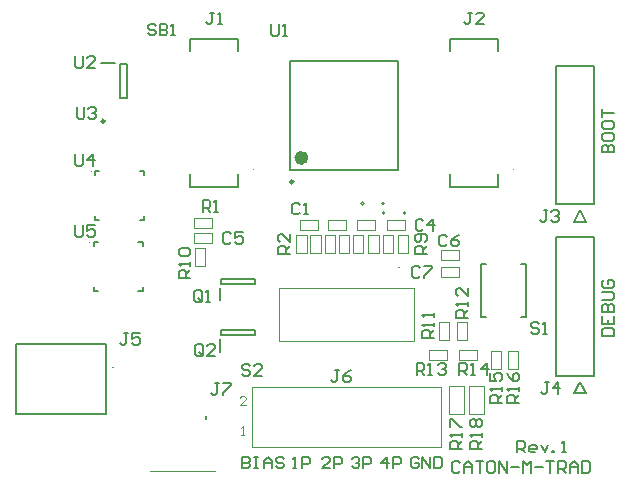
<source format=gto>
G04*
G04 #@! TF.GenerationSoftware,Altium Limited,Altium Designer,24.6.1 (21)*
G04*
G04 Layer_Color=65535*
%FSLAX25Y25*%
%MOIN*%
G70*
G04*
G04 #@! TF.SameCoordinates,CAB3BB80-2EE2-4CCF-A860-A3FE24C101F3*
G04*
G04*
G04 #@! TF.FilePolarity,Positive*
G04*
G01*
G75*
%ADD10C,0.02362*%
%ADD11C,0.00984*%
%ADD12C,0.00394*%
%ADD13C,0.00787*%
%ADD14C,0.00300*%
%ADD15C,0.00400*%
%ADD16C,0.00500*%
%ADD17C,0.00591*%
D10*
X134646Y174016D02*
G03*
X134646Y174016I-1181J0D01*
G01*
D11*
X130709Y166043D02*
G03*
X130709Y166043I-492J0D01*
G01*
X67815Y186221D02*
G03*
X67815Y186221I-492J0D01*
G01*
D12*
X70866Y104232D02*
G03*
X70473Y104232I-197J0D01*
G01*
D02*
G03*
X70866Y104232I197J0D01*
G01*
X203937Y170276D02*
G03*
X204331Y170276I197J0D01*
G01*
D02*
G03*
X203937Y170276I-197J0D01*
G01*
X117323D02*
G03*
X117717Y170276I197J0D01*
G01*
D02*
G03*
X117323Y170276I-197J0D01*
G01*
X165748Y137402D02*
G03*
X166142Y137402I197J0D01*
G01*
D02*
G03*
X165748Y137402I-197J0D01*
G01*
X63386Y169488D02*
G03*
X63386Y169488I-197J0D01*
G01*
X62992Y145866D02*
G03*
X62992Y145866I-197J0D01*
G01*
X82874Y69587D02*
X104528D01*
X170846Y112795D02*
Y130512D01*
X126004D02*
X170846D01*
X126004Y112795D02*
Y130512D01*
Y112795D02*
X170846D01*
D13*
X101575Y87008D02*
Y87795D01*
Y87008D01*
X160669Y158366D02*
G03*
X160669Y159153I0J394D01*
G01*
D02*
G03*
X160669Y158366I0J-394D01*
G01*
X167756Y156004D02*
G03*
X167756Y155217I0J-394D01*
G01*
D02*
G03*
X167756Y156004I0J394D01*
G01*
X153799Y158366D02*
G03*
X153799Y159153I0J394D01*
G01*
D02*
G03*
X153799Y158366I0J-394D01*
G01*
X160886Y156004D02*
G03*
X160886Y155217I0J-394D01*
G01*
D02*
G03*
X160886Y156004I0J394D01*
G01*
X165748Y170079D02*
Y206299D01*
X129528Y170079D02*
Y206299D01*
X165748D01*
X129528Y170079D02*
X165748D01*
X72835Y205315D02*
X75197D01*
Y193898D02*
Y205315D01*
X72835Y193898D02*
X75197D01*
X72835D02*
Y205315D01*
X66732Y205512D02*
X71457D01*
X38386Y88681D02*
Y111909D01*
X68307D01*
Y88681D02*
Y111909D01*
X38386Y88681D02*
X68307D01*
X193366Y121063D02*
X194882D01*
X193366D02*
Y138779D01*
X194882D01*
X206693Y121063D02*
X208209D01*
Y138779D01*
X206693D02*
X208209D01*
X199016Y164173D02*
Y168504D01*
X182874Y164173D02*
X199016D01*
X182874D02*
Y168504D01*
Y209449D02*
Y213779D01*
X199016D01*
Y209449D02*
Y213779D01*
X112402Y164173D02*
Y168504D01*
X96260Y164173D02*
X112402D01*
X96260D02*
Y168504D01*
Y209449D02*
Y213779D01*
X112402D01*
Y209449D02*
Y213779D01*
X106299Y109350D02*
Y113484D01*
X106496Y114862D02*
X117913D01*
Y116634D01*
X106496D02*
X117913D01*
X106496Y114862D02*
Y116634D01*
X106299Y126476D02*
Y130610D01*
X106496Y131988D02*
X117913D01*
Y133760D01*
X106496D02*
X117913D01*
X106496Y131988D02*
Y133760D01*
X64764Y168307D02*
Y169488D01*
Y153347D02*
Y154528D01*
X80905Y168307D02*
Y169488D01*
Y153347D02*
Y154528D01*
X64764Y169488D02*
X66142D01*
X79528D02*
X80905D01*
X64764Y153347D02*
X66142D01*
X79528D02*
X80905D01*
X64370Y144685D02*
Y145866D01*
Y129724D02*
Y130905D01*
X80512Y144685D02*
Y145866D01*
Y129724D02*
Y130905D01*
X64370Y145866D02*
X65748D01*
X79134D02*
X80512D01*
X64370Y129724D02*
X65748D01*
X79134D02*
X80512D01*
D14*
X103787Y145544D02*
Y148944D01*
X97787Y145544D02*
X103787D01*
X97787D02*
Y148944D01*
X103787D01*
X97787Y150662D02*
X103787D01*
Y154062D01*
X97787D02*
X103787D01*
X97787Y150662D02*
Y154062D01*
X101306Y137945D02*
Y143945D01*
X97906D02*
X101306D01*
X97906Y137945D02*
Y143945D01*
Y137945D02*
X101306D01*
X200125Y103693D02*
Y109693D01*
X196725D02*
X200125D01*
X196725Y103693D02*
Y109693D01*
Y103693D02*
X200125D01*
X205637D02*
Y109693D01*
X202237D02*
X205637D01*
X202237Y103693D02*
Y109693D01*
Y103693D02*
X205637D01*
X176134Y106568D02*
Y109968D01*
X182134D01*
Y106568D02*
Y109968D01*
X176134Y106568D02*
X182134D01*
X185976D02*
Y109968D01*
X191976D01*
Y106568D02*
Y109968D01*
X185976Y106568D02*
X191976D01*
X185308Y119142D02*
X188708D01*
Y113142D02*
Y119142D01*
X185308Y113142D02*
X188708D01*
X185308D02*
Y119142D01*
X179402Y113142D02*
X182802D01*
X179402D02*
Y119142D01*
X182802D01*
Y113142D02*
Y119142D01*
X186071Y140032D02*
Y143432D01*
X180071Y140032D02*
X186071D01*
X180071D02*
Y143432D01*
X186071D01*
X180071Y134127D02*
Y137527D01*
X186071D01*
Y134127D02*
Y137527D01*
X180071Y134127D02*
X186071D01*
X163905Y142276D02*
Y148276D01*
X160505D02*
X163905D01*
X160505Y142276D02*
Y148276D01*
Y142276D02*
X163905D01*
X132827Y149875D02*
X138827D01*
Y153275D01*
X132827D02*
X138827D01*
X132827Y149875D02*
Y153275D01*
X142276Y149875D02*
X148276D01*
Y153275D01*
X142276D02*
X148276D01*
X142276Y149875D02*
Y153275D01*
X161961Y149875D02*
X167961D01*
Y153275D01*
X161961D02*
X167961D01*
X161961Y149875D02*
Y153275D01*
X152118Y149875D02*
X158118D01*
Y153275D01*
X152118D02*
X158118D01*
X152118Y149875D02*
Y153275D01*
X135165Y142276D02*
Y148276D01*
X131765D02*
X135165D01*
X131765Y142276D02*
Y148276D01*
Y142276D02*
X135165D01*
X169023D02*
Y148276D01*
X165623D02*
X169023D01*
X165623Y142276D02*
Y148276D01*
Y142276D02*
X169023D01*
X149338D02*
Y148276D01*
X145938D02*
X149338D01*
X145938Y142276D02*
Y148276D01*
Y142276D02*
X149338D01*
X159180D02*
Y148276D01*
X155780D02*
X159180D01*
X155780Y142276D02*
Y148276D01*
Y142276D02*
X159180D01*
X154062D02*
Y148276D01*
X150662D02*
X154062D01*
X150662Y142276D02*
Y148276D01*
Y142276D02*
X154062D01*
X144613D02*
Y148276D01*
X141213D02*
X144613D01*
X141213Y142276D02*
Y148276D01*
Y142276D02*
X144613D01*
X139889D02*
Y148276D01*
X136489D02*
X139889D01*
X136489Y142276D02*
Y148276D01*
Y142276D02*
X139889D01*
D15*
X189232Y97907D02*
X194232D01*
X189232Y88707D02*
Y97907D01*
Y88707D02*
X194232D01*
Y97907D01*
X182539D02*
X187539D01*
X182539Y88707D02*
Y97907D01*
Y88707D02*
X187539D01*
Y97907D01*
X116925Y77598D02*
Y97598D01*
X179925D01*
Y77598D02*
Y97598D01*
X116925Y77598D02*
X179925D01*
X114826Y91497D02*
X112827D01*
X114826Y93497D01*
Y93996D01*
X114326Y94496D01*
X113326D01*
X112827Y93996D01*
X113327Y81497D02*
X114326D01*
X113826D01*
Y84496D01*
X113327Y83996D01*
D16*
X226378Y156496D02*
X228346Y152559D01*
X224410D02*
X226378Y156496D01*
X224410Y152559D02*
X228346D01*
X218307Y204724D02*
X230906D01*
X218307Y158465D02*
Y204724D01*
Y158465D02*
X230906D01*
Y204724D01*
X226378Y99409D02*
X228346Y95472D01*
X224410D02*
X226378Y99409D01*
X224410Y95472D02*
X228346D01*
X218307Y147638D02*
X230906D01*
X218307Y101378D02*
Y147638D01*
Y101378D02*
X230906D01*
Y147638D01*
D17*
X130512Y70472D02*
X131824D01*
X131168D01*
Y74408D01*
X130512Y73752D01*
X133792Y70472D02*
Y74408D01*
X135759D01*
X136415Y73752D01*
Y72440D01*
X135759Y71784D01*
X133792D01*
X142978Y70472D02*
X140354D01*
X142978Y73096D01*
Y73752D01*
X142322Y74408D01*
X141010D01*
X140354Y73752D01*
X144290Y70472D02*
Y74408D01*
X146258D01*
X146914Y73752D01*
Y72440D01*
X146258Y71784D01*
X144290D01*
X150197Y73752D02*
X150853Y74408D01*
X152165D01*
X152821Y73752D01*
Y73096D01*
X152165Y72440D01*
X151509D01*
X152165D01*
X152821Y71784D01*
Y71128D01*
X152165Y70472D01*
X150853D01*
X150197Y71128D01*
X154133Y70472D02*
Y74408D01*
X156100D01*
X156756Y73752D01*
Y72440D01*
X156100Y71784D01*
X154133D01*
X162007Y70472D02*
Y74408D01*
X160039Y72440D01*
X162663D01*
X163975Y70472D02*
Y74408D01*
X165943D01*
X166599Y73752D01*
Y72440D01*
X165943Y71784D01*
X163975D01*
X113779Y74408D02*
Y70472D01*
X115747D01*
X116403Y71128D01*
Y71784D01*
X115747Y72440D01*
X113779D01*
X115747D01*
X116403Y73096D01*
Y73752D01*
X115747Y74408D01*
X113779D01*
X117715D02*
X119027D01*
X118371D01*
Y70472D01*
X117715D01*
X119027D01*
X120995D02*
Y73096D01*
X122307Y74408D01*
X123619Y73096D01*
Y70472D01*
Y72440D01*
X120995D01*
X127555Y73752D02*
X126899Y74408D01*
X125587D01*
X124931Y73752D01*
Y73096D01*
X125587Y72440D01*
X126899D01*
X127555Y71784D01*
Y71128D01*
X126899Y70472D01*
X125587D01*
X124931Y71128D01*
X172506Y73752D02*
X171850Y74408D01*
X170538D01*
X169882Y73752D01*
Y71128D01*
X170538Y70472D01*
X171850D01*
X172506Y71128D01*
Y72440D01*
X171194D01*
X173818Y70472D02*
Y74408D01*
X176441Y70472D01*
Y74408D01*
X177753D02*
Y70472D01*
X179721D01*
X180377Y71128D01*
Y73752D01*
X179721Y74408D01*
X177753D01*
X205315Y75787D02*
Y79723D01*
X207283D01*
X207939Y79067D01*
Y77755D01*
X207283Y77099D01*
X205315D01*
X206627D02*
X207939Y75787D01*
X211219D02*
X209907D01*
X209251Y76443D01*
Y77755D01*
X209907Y78411D01*
X211219D01*
X211875Y77755D01*
Y77099D01*
X209251D01*
X213186Y78411D02*
X214498Y75787D01*
X215810Y78411D01*
X217122Y75787D02*
Y76443D01*
X217778D01*
Y75787D01*
X217122D01*
X220402D02*
X221714D01*
X221058D01*
Y79723D01*
X220402Y79067D01*
X186285Y72374D02*
X185629Y73030D01*
X184317D01*
X183661Y72374D01*
Y69750D01*
X184317Y69095D01*
X185629D01*
X186285Y69750D01*
X187597Y69095D02*
Y71718D01*
X188909Y73030D01*
X190221Y71718D01*
Y69095D01*
Y71062D01*
X187597D01*
X191533Y73030D02*
X194157D01*
X192845D01*
Y69095D01*
X197436Y73030D02*
X196125D01*
X195469Y72374D01*
Y69750D01*
X196125Y69095D01*
X197436D01*
X198092Y69750D01*
Y72374D01*
X197436Y73030D01*
X199404Y69095D02*
Y73030D01*
X202028Y69095D01*
Y73030D01*
X203340Y71062D02*
X205964D01*
X207276Y69095D02*
Y73030D01*
X208588Y71718D01*
X209900Y73030D01*
Y69095D01*
X211212Y71062D02*
X213835D01*
X215147Y73030D02*
X217771D01*
X216459D01*
Y69095D01*
X219083D02*
Y73030D01*
X221051D01*
X221707Y72374D01*
Y71062D01*
X221051Y70406D01*
X219083D01*
X220395D02*
X221707Y69095D01*
X223019D02*
Y71718D01*
X224331Y73030D01*
X225643Y71718D01*
Y69095D01*
Y71062D01*
X223019D01*
X226955Y73030D02*
Y69095D01*
X228922D01*
X229578Y69750D01*
Y72374D01*
X228922Y73030D01*
X226955D01*
X233663Y175787D02*
X237598D01*
Y177755D01*
X236943Y178411D01*
X236286D01*
X235631Y177755D01*
Y175787D01*
Y177755D01*
X234975Y178411D01*
X234319D01*
X233663Y177755D01*
Y175787D01*
Y181691D02*
Y180379D01*
X234319Y179723D01*
X236943D01*
X237598Y180379D01*
Y181691D01*
X236943Y182347D01*
X234319D01*
X233663Y181691D01*
Y185627D02*
Y184315D01*
X234319Y183659D01*
X236943D01*
X237598Y184315D01*
Y185627D01*
X236943Y186283D01*
X234319D01*
X233663Y185627D01*
Y187595D02*
Y190218D01*
Y188907D01*
X237598D01*
X233663Y114764D02*
X237598D01*
Y116732D01*
X236943Y117388D01*
X234319D01*
X233663Y116732D01*
Y114764D01*
Y121323D02*
Y118700D01*
X237598D01*
Y121323D01*
X235631Y118700D02*
Y120011D01*
X233663Y122635D02*
X237598D01*
Y124603D01*
X236943Y125259D01*
X236286D01*
X235631Y124603D01*
Y122635D01*
Y124603D01*
X234975Y125259D01*
X234319D01*
X233663Y124603D01*
Y122635D01*
Y126571D02*
X236943D01*
X237598Y127227D01*
Y128539D01*
X236943Y129195D01*
X233663D01*
X234319Y133131D02*
X233663Y132475D01*
Y131163D01*
X234319Y130507D01*
X236943D01*
X237598Y131163D01*
Y132475D01*
X236943Y133131D01*
X235631D01*
Y131819D01*
X109974Y148556D02*
X109318Y149212D01*
X108006D01*
X107350Y148556D01*
Y145932D01*
X108006Y145276D01*
X109318D01*
X109974Y145932D01*
X113910Y149212D02*
X111286D01*
Y147244D01*
X112598Y147900D01*
X113254D01*
X113910Y147244D01*
Y145932D01*
X113254Y145276D01*
X111942D01*
X111286Y145932D01*
X100526Y155906D02*
Y159842D01*
X102494D01*
X103150Y159186D01*
Y157874D01*
X102494Y157218D01*
X100526D01*
X101838D02*
X103150Y155906D01*
X104462D02*
X105773D01*
X105117D01*
Y159842D01*
X104462Y159186D01*
X96456Y133958D02*
X92520D01*
Y135926D01*
X93176Y136582D01*
X94488D01*
X95144Y135926D01*
Y133958D01*
Y135270D02*
X96456Y136582D01*
Y137894D02*
Y139206D01*
Y138550D01*
X92520D01*
X93176Y137894D01*
Y141174D02*
X92520Y141830D01*
Y143142D01*
X93176Y143798D01*
X95800D01*
X96456Y143142D01*
Y141830D01*
X95800Y141174D01*
X93176D01*
X123360Y218503D02*
Y215224D01*
X124016Y214568D01*
X125328D01*
X125984Y215224D01*
Y218503D01*
X127296Y214568D02*
X128608D01*
X127952D01*
Y218503D01*
X127296Y217847D01*
X84880Y218080D02*
X84224Y218736D01*
X82912D01*
X82256Y218080D01*
Y217424D01*
X82912Y216768D01*
X84224D01*
X84880Y216112D01*
Y215456D01*
X84224Y214800D01*
X82912D01*
X82256Y215456D01*
X86192Y218736D02*
Y214800D01*
X88160D01*
X88815Y215456D01*
Y216112D01*
X88160Y216768D01*
X86192D01*
X88160D01*
X88815Y217424D01*
Y218080D01*
X88160Y218736D01*
X86192D01*
X90127Y214800D02*
X91439D01*
X90783D01*
Y218736D01*
X90127Y218080D01*
X58138Y207873D02*
Y204594D01*
X58793Y203938D01*
X60105D01*
X60761Y204594D01*
Y207873D01*
X64697Y203938D02*
X62073D01*
X64697Y206561D01*
Y207217D01*
X64041Y207873D01*
X62729D01*
X62073Y207217D01*
X205905Y92324D02*
X201969D01*
Y94292D01*
X202625Y94948D01*
X203937D01*
X204593Y94292D01*
Y92324D01*
Y93636D02*
X205905Y94948D01*
Y96260D02*
Y97572D01*
Y96916D01*
X201969D01*
X202625Y96260D01*
X201969Y102164D02*
X202625Y100852D01*
X203937Y99540D01*
X205249D01*
X205905Y100196D01*
Y101508D01*
X205249Y102164D01*
X204593D01*
X203937Y101508D01*
Y99540D01*
X200393Y92324D02*
X196457D01*
Y94292D01*
X197113Y94948D01*
X198425D01*
X199081Y94292D01*
Y92324D01*
Y93636D02*
X200393Y94948D01*
Y96260D02*
Y97572D01*
Y96916D01*
X196457D01*
X197113Y96260D01*
X196457Y102164D02*
Y99540D01*
X198425D01*
X197769Y100852D01*
Y101508D01*
X198425Y102164D01*
X199737D01*
X200393Y101508D01*
Y100196D01*
X199737Y99540D01*
X212598Y118635D02*
X211943Y119291D01*
X210631D01*
X209975Y118635D01*
Y117979D01*
X210631Y117323D01*
X211943D01*
X212598Y116667D01*
Y116011D01*
X211943Y115355D01*
X210631D01*
X209975Y116011D01*
X213910Y115355D02*
X215222D01*
X214566D01*
Y119291D01*
X213910Y118635D01*
X106037Y98818D02*
X104725D01*
X105381D01*
Y95539D01*
X104725Y94883D01*
X104069D01*
X103413Y95539D01*
X107349Y98818D02*
X109973D01*
Y98162D01*
X107349Y95539D01*
Y94883D01*
X145998Y103346D02*
X144686D01*
X145342D01*
Y100066D01*
X144686Y99410D01*
X144030D01*
X143374Y100066D01*
X149933Y103346D02*
X148621Y102690D01*
X147310Y101378D01*
Y100066D01*
X147966Y99410D01*
X149277D01*
X149933Y100066D01*
Y100722D01*
X149277Y101378D01*
X147310D01*
X187007Y76970D02*
X183071D01*
Y78938D01*
X183727Y79594D01*
X185039D01*
X185695Y78938D01*
Y76970D01*
Y78282D02*
X187007Y79594D01*
Y80906D02*
Y82218D01*
Y81562D01*
X183071D01*
X183727Y80906D01*
X183071Y84186D02*
Y86809D01*
X183727D01*
X186351Y84186D01*
X187007D01*
X171852Y101575D02*
Y105511D01*
X173820D01*
X174476Y104855D01*
Y103543D01*
X173820Y102887D01*
X171852D01*
X173164D02*
X174476Y101575D01*
X175788D02*
X177100D01*
X176444D01*
Y105511D01*
X175788Y104855D01*
X179068D02*
X179724Y105511D01*
X181035D01*
X181691Y104855D01*
Y104199D01*
X181035Y103543D01*
X180379D01*
X181035D01*
X181691Y102887D01*
Y102231D01*
X181035Y101575D01*
X179724D01*
X179068Y102231D01*
X188976Y120671D02*
X185040D01*
Y122639D01*
X185696Y123295D01*
X187008D01*
X187664Y122639D01*
Y120671D01*
Y121983D02*
X188976Y123295D01*
Y124607D02*
Y125918D01*
Y125263D01*
X185040D01*
X185696Y124607D01*
X188976Y130510D02*
Y127886D01*
X186352Y130510D01*
X185696D01*
X185040Y129854D01*
Y128542D01*
X185696Y127886D01*
X186025Y101575D02*
Y105511D01*
X187993D01*
X188649Y104855D01*
Y103543D01*
X187993Y102887D01*
X186025D01*
X187337D02*
X188649Y101575D01*
X189961D02*
X191273D01*
X190617D01*
Y105511D01*
X189961Y104855D01*
X195209Y101575D02*
Y105511D01*
X193241Y103543D01*
X195865D01*
X177558Y113847D02*
X173623D01*
Y115814D01*
X174279Y116470D01*
X175591D01*
X176247Y115814D01*
Y113847D01*
Y115158D02*
X177558Y116470D01*
Y117782D02*
Y119094D01*
Y118438D01*
X173623D01*
X174279Y117782D01*
X177558Y121062D02*
Y122374D01*
Y121718D01*
X173623D01*
X174279Y121062D01*
X193700Y76970D02*
X189764D01*
Y78938D01*
X190420Y79594D01*
X191732D01*
X192388Y78938D01*
Y76970D01*
Y78282D02*
X193700Y79594D01*
Y80906D02*
Y82218D01*
Y81562D01*
X189764D01*
X190420Y80906D01*
Y84186D02*
X189764Y84842D01*
Y86154D01*
X190420Y86809D01*
X191076D01*
X191732Y86154D01*
X192388Y86809D01*
X193044D01*
X193700Y86154D01*
Y84842D01*
X193044Y84186D01*
X192388D01*
X191732Y84842D01*
X191076Y84186D01*
X190420D01*
X191732Y84842D02*
Y86154D01*
X182021Y147769D02*
X181365Y148425D01*
X180053D01*
X179397Y147769D01*
Y145145D01*
X180053Y144489D01*
X181365D01*
X182021Y145145D01*
X185957Y148425D02*
X184645Y147769D01*
X183333Y146457D01*
Y145145D01*
X183989Y144489D01*
X185301D01*
X185957Y145145D01*
Y145801D01*
X185301Y146457D01*
X183333D01*
X172966Y137139D02*
X172310Y137795D01*
X170998D01*
X170342Y137139D01*
Y134515D01*
X170998Y133859D01*
X172310D01*
X172966Y134515D01*
X174278Y137795D02*
X176902D01*
Y137139D01*
X174278Y134515D01*
Y133859D01*
X215486Y156692D02*
X214174D01*
X214830D01*
Y153412D01*
X214174Y152757D01*
X213518D01*
X212862Y153412D01*
X216798Y156036D02*
X217454Y156692D01*
X218766D01*
X219422Y156036D01*
Y155380D01*
X218766Y154724D01*
X218110D01*
X218766D01*
X219422Y154069D01*
Y153412D01*
X218766Y152757D01*
X217454D01*
X216798Y153412D01*
X215880Y99212D02*
X214568D01*
X215224D01*
Y95932D01*
X214568Y95276D01*
X213912D01*
X213256Y95932D01*
X219159Y95276D02*
Y99212D01*
X217191Y97244D01*
X219815D01*
X75722Y115649D02*
X74410D01*
X75066D01*
Y112369D01*
X74410Y111713D01*
X73754D01*
X73098Y112369D01*
X79658Y115649D02*
X77034D01*
Y113681D01*
X78346Y114337D01*
X79002D01*
X79658Y113681D01*
Y112369D01*
X79002Y111713D01*
X77690D01*
X77034Y112369D01*
X116273Y104462D02*
X115617Y105117D01*
X114305D01*
X113649Y104462D01*
Y103806D01*
X114305Y103150D01*
X115617D01*
X116273Y102494D01*
Y101838D01*
X115617Y101182D01*
X114305D01*
X113649Y101838D01*
X120209Y101182D02*
X117585D01*
X120209Y103806D01*
Y104462D01*
X119553Y105117D01*
X118241D01*
X117585Y104462D01*
X58531Y190944D02*
Y187664D01*
X59187Y187009D01*
X60499D01*
X61155Y187664D01*
Y190944D01*
X62467Y190288D02*
X63123Y190944D01*
X64435D01*
X65091Y190288D01*
Y189632D01*
X64435Y188976D01*
X63779D01*
X64435D01*
X65091Y188320D01*
Y187664D01*
X64435Y187009D01*
X63123D01*
X62467Y187664D01*
X190289Y222440D02*
X188977D01*
X189633D01*
Y219161D01*
X188977Y218505D01*
X188321D01*
X187665Y219161D01*
X194225Y218505D02*
X191601D01*
X194225Y221128D01*
Y221784D01*
X193569Y222440D01*
X192257D01*
X191601Y221784D01*
X104331Y222440D02*
X103019D01*
X103675D01*
Y219161D01*
X103019Y218505D01*
X102363D01*
X101707Y219161D01*
X105643Y218505D02*
X106955D01*
X106299D01*
Y222440D01*
X105643Y221784D01*
X133071Y158398D02*
X132415Y159055D01*
X131103D01*
X130447Y158398D01*
Y155775D01*
X131103Y155119D01*
X132415D01*
X133071Y155775D01*
X134383Y155119D02*
X135695D01*
X135039D01*
Y159055D01*
X134383Y158398D01*
X174147Y152887D02*
X173491Y153543D01*
X172179D01*
X171523Y152887D01*
Y150263D01*
X172179Y149607D01*
X173491D01*
X174147Y150263D01*
X177427Y149607D02*
Y153543D01*
X175459Y151575D01*
X178083D01*
X58138Y175196D02*
Y171916D01*
X58793Y171260D01*
X60105D01*
X60761Y171916D01*
Y175196D01*
X64041Y171260D02*
Y175196D01*
X62073Y173228D01*
X64697D01*
X58138Y151574D02*
Y148294D01*
X58793Y147638D01*
X60105D01*
X60761Y148294D01*
Y151574D01*
X64697D02*
X62073D01*
Y149606D01*
X63385Y150262D01*
X64041D01*
X64697Y149606D01*
Y148294D01*
X64041Y147638D01*
X62729D01*
X62073Y148294D01*
X129527Y141996D02*
X125591D01*
Y143964D01*
X126247Y144620D01*
X127559D01*
X128215Y143964D01*
Y141996D01*
Y143308D02*
X129527Y144620D01*
Y148555D02*
Y145931D01*
X126903Y148555D01*
X126247D01*
X125591Y147899D01*
Y146588D01*
X126247Y145931D01*
X175196Y141996D02*
X171260D01*
Y143964D01*
X171916Y144620D01*
X173228D01*
X173884Y143964D01*
Y141996D01*
Y143308D02*
X175196Y144620D01*
X174540Y145931D02*
X175196Y146588D01*
Y147899D01*
X174540Y148555D01*
X171916D01*
X171260Y147899D01*
Y146588D01*
X171916Y145931D01*
X172572D01*
X173228Y146588D01*
Y148555D01*
X100394Y126641D02*
Y129265D01*
X99738Y129921D01*
X98426D01*
X97770Y129265D01*
Y126641D01*
X98426Y125985D01*
X99738D01*
X99082Y127297D02*
X100394Y125985D01*
X99738D02*
X100394Y126641D01*
X101706Y125985D02*
X103017D01*
X102362D01*
Y129921D01*
X101706Y129265D01*
X100722Y108531D02*
Y111154D01*
X100066Y111810D01*
X98754D01*
X98098Y111154D01*
Y108531D01*
X98754Y107875D01*
X100066D01*
X99410Y109187D02*
X100722Y107875D01*
X100066D02*
X100722Y108531D01*
X104658Y107875D02*
X102034D01*
X104658Y110498D01*
Y111154D01*
X104002Y111810D01*
X102690D01*
X102034Y111154D01*
M02*

</source>
